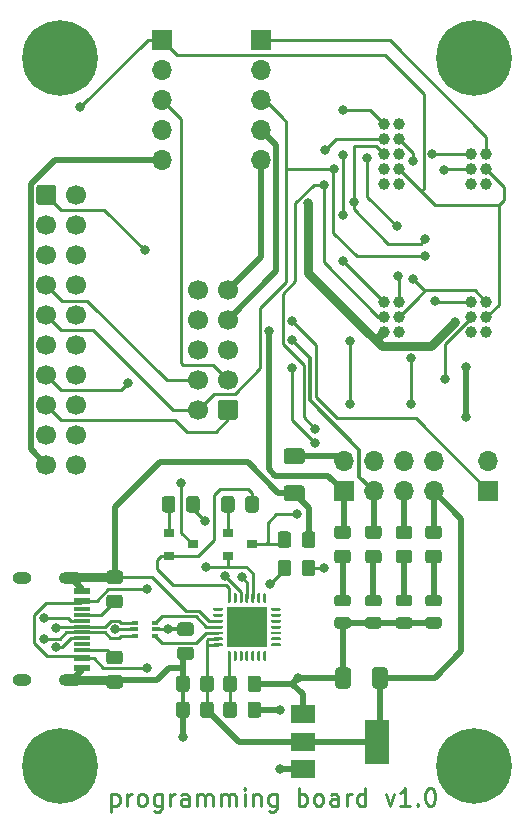
<source format=gtl>
G04 #@! TF.GenerationSoftware,KiCad,Pcbnew,(5.1.10)-1*
G04 #@! TF.CreationDate,2021-10-05T03:14:11+03:00*
G04 #@! TF.ProjectId,programming_board,70726f67-7261-46d6-9d69-6e675f626f61,rev?*
G04 #@! TF.SameCoordinates,Original*
G04 #@! TF.FileFunction,Copper,L1,Top*
G04 #@! TF.FilePolarity,Positive*
%FSLAX46Y46*%
G04 Gerber Fmt 4.6, Leading zero omitted, Abs format (unit mm)*
G04 Created by KiCad (PCBNEW (5.1.10)-1) date 2021-10-05 03:14:11*
%MOMM*%
%LPD*%
G01*
G04 APERTURE LIST*
G04 #@! TA.AperFunction,NonConductor*
%ADD10C,0.250000*%
G04 #@! TD*
G04 #@! TA.AperFunction,ComponentPad*
%ADD11C,1.000000*%
G04 #@! TD*
G04 #@! TA.AperFunction,ComponentPad*
%ADD12C,1.700000*%
G04 #@! TD*
G04 #@! TA.AperFunction,SMDPad,CuDef*
%ADD13R,3.350000X3.350000*%
G04 #@! TD*
G04 #@! TA.AperFunction,ComponentPad*
%ADD14O,1.700000X1.700000*%
G04 #@! TD*
G04 #@! TA.AperFunction,ComponentPad*
%ADD15R,1.700000X1.700000*%
G04 #@! TD*
G04 #@! TA.AperFunction,SMDPad,CuDef*
%ADD16R,0.500000X0.375000*%
G04 #@! TD*
G04 #@! TA.AperFunction,SMDPad,CuDef*
%ADD17R,0.650000X0.300000*%
G04 #@! TD*
G04 #@! TA.AperFunction,SMDPad,CuDef*
%ADD18R,2.000000X1.500000*%
G04 #@! TD*
G04 #@! TA.AperFunction,SMDPad,CuDef*
%ADD19R,2.000000X3.800000*%
G04 #@! TD*
G04 #@! TA.AperFunction,SMDPad,CuDef*
%ADD20R,0.900000X0.800000*%
G04 #@! TD*
G04 #@! TA.AperFunction,SMDPad,CuDef*
%ADD21R,1.450000X0.600000*%
G04 #@! TD*
G04 #@! TA.AperFunction,SMDPad,CuDef*
%ADD22R,1.450000X0.300000*%
G04 #@! TD*
G04 #@! TA.AperFunction,ComponentPad*
%ADD23O,2.100000X1.000000*%
G04 #@! TD*
G04 #@! TA.AperFunction,ComponentPad*
%ADD24O,1.600000X1.000000*%
G04 #@! TD*
G04 #@! TA.AperFunction,ComponentPad*
%ADD25C,0.800000*%
G04 #@! TD*
G04 #@! TA.AperFunction,ComponentPad*
%ADD26C,6.400000*%
G04 #@! TD*
G04 #@! TA.AperFunction,ViaPad*
%ADD27C,0.800000*%
G04 #@! TD*
G04 #@! TA.AperFunction,Conductor*
%ADD28C,0.750000*%
G04 #@! TD*
G04 #@! TA.AperFunction,Conductor*
%ADD29C,0.500000*%
G04 #@! TD*
G04 #@! TA.AperFunction,Conductor*
%ADD30C,0.250000*%
G04 #@! TD*
G04 #@! TA.AperFunction,Conductor*
%ADD31C,0.350000*%
G04 #@! TD*
G04 APERTURE END LIST*
D10*
X166321428Y-110328571D02*
X166321428Y-111828571D01*
X166321428Y-110400000D02*
X166464285Y-110328571D01*
X166750000Y-110328571D01*
X166892857Y-110400000D01*
X166964285Y-110471428D01*
X167035714Y-110614285D01*
X167035714Y-111042857D01*
X166964285Y-111185714D01*
X166892857Y-111257142D01*
X166750000Y-111328571D01*
X166464285Y-111328571D01*
X166321428Y-111257142D01*
X167678571Y-111328571D02*
X167678571Y-110328571D01*
X167678571Y-110614285D02*
X167750000Y-110471428D01*
X167821428Y-110400000D01*
X167964285Y-110328571D01*
X168107142Y-110328571D01*
X168821428Y-111328571D02*
X168678571Y-111257142D01*
X168607142Y-111185714D01*
X168535714Y-111042857D01*
X168535714Y-110614285D01*
X168607142Y-110471428D01*
X168678571Y-110400000D01*
X168821428Y-110328571D01*
X169035714Y-110328571D01*
X169178571Y-110400000D01*
X169250000Y-110471428D01*
X169321428Y-110614285D01*
X169321428Y-111042857D01*
X169250000Y-111185714D01*
X169178571Y-111257142D01*
X169035714Y-111328571D01*
X168821428Y-111328571D01*
X170607142Y-110328571D02*
X170607142Y-111542857D01*
X170535714Y-111685714D01*
X170464285Y-111757142D01*
X170321428Y-111828571D01*
X170107142Y-111828571D01*
X169964285Y-111757142D01*
X170607142Y-111257142D02*
X170464285Y-111328571D01*
X170178571Y-111328571D01*
X170035714Y-111257142D01*
X169964285Y-111185714D01*
X169892857Y-111042857D01*
X169892857Y-110614285D01*
X169964285Y-110471428D01*
X170035714Y-110400000D01*
X170178571Y-110328571D01*
X170464285Y-110328571D01*
X170607142Y-110400000D01*
X171321428Y-111328571D02*
X171321428Y-110328571D01*
X171321428Y-110614285D02*
X171392857Y-110471428D01*
X171464285Y-110400000D01*
X171607142Y-110328571D01*
X171750000Y-110328571D01*
X172892857Y-111328571D02*
X172892857Y-110542857D01*
X172821428Y-110400000D01*
X172678571Y-110328571D01*
X172392857Y-110328571D01*
X172250000Y-110400000D01*
X172892857Y-111257142D02*
X172750000Y-111328571D01*
X172392857Y-111328571D01*
X172250000Y-111257142D01*
X172178571Y-111114285D01*
X172178571Y-110971428D01*
X172250000Y-110828571D01*
X172392857Y-110757142D01*
X172750000Y-110757142D01*
X172892857Y-110685714D01*
X173607142Y-111328571D02*
X173607142Y-110328571D01*
X173607142Y-110471428D02*
X173678571Y-110400000D01*
X173821428Y-110328571D01*
X174035714Y-110328571D01*
X174178571Y-110400000D01*
X174250000Y-110542857D01*
X174250000Y-111328571D01*
X174250000Y-110542857D02*
X174321428Y-110400000D01*
X174464285Y-110328571D01*
X174678571Y-110328571D01*
X174821428Y-110400000D01*
X174892857Y-110542857D01*
X174892857Y-111328571D01*
X175607142Y-111328571D02*
X175607142Y-110328571D01*
X175607142Y-110471428D02*
X175678571Y-110400000D01*
X175821428Y-110328571D01*
X176035714Y-110328571D01*
X176178571Y-110400000D01*
X176250000Y-110542857D01*
X176250000Y-111328571D01*
X176250000Y-110542857D02*
X176321428Y-110400000D01*
X176464285Y-110328571D01*
X176678571Y-110328571D01*
X176821428Y-110400000D01*
X176892857Y-110542857D01*
X176892857Y-111328571D01*
X177607142Y-111328571D02*
X177607142Y-110328571D01*
X177607142Y-109828571D02*
X177535714Y-109900000D01*
X177607142Y-109971428D01*
X177678571Y-109900000D01*
X177607142Y-109828571D01*
X177607142Y-109971428D01*
X178321428Y-110328571D02*
X178321428Y-111328571D01*
X178321428Y-110471428D02*
X178392857Y-110400000D01*
X178535714Y-110328571D01*
X178750000Y-110328571D01*
X178892857Y-110400000D01*
X178964285Y-110542857D01*
X178964285Y-111328571D01*
X180321428Y-110328571D02*
X180321428Y-111542857D01*
X180250000Y-111685714D01*
X180178571Y-111757142D01*
X180035714Y-111828571D01*
X179821428Y-111828571D01*
X179678571Y-111757142D01*
X180321428Y-111257142D02*
X180178571Y-111328571D01*
X179892857Y-111328571D01*
X179750000Y-111257142D01*
X179678571Y-111185714D01*
X179607142Y-111042857D01*
X179607142Y-110614285D01*
X179678571Y-110471428D01*
X179750000Y-110400000D01*
X179892857Y-110328571D01*
X180178571Y-110328571D01*
X180321428Y-110400000D01*
X182178571Y-111328571D02*
X182178571Y-109828571D01*
X182178571Y-110400000D02*
X182321428Y-110328571D01*
X182607142Y-110328571D01*
X182750000Y-110400000D01*
X182821428Y-110471428D01*
X182892857Y-110614285D01*
X182892857Y-111042857D01*
X182821428Y-111185714D01*
X182750000Y-111257142D01*
X182607142Y-111328571D01*
X182321428Y-111328571D01*
X182178571Y-111257142D01*
X183750000Y-111328571D02*
X183607142Y-111257142D01*
X183535714Y-111185714D01*
X183464285Y-111042857D01*
X183464285Y-110614285D01*
X183535714Y-110471428D01*
X183607142Y-110400000D01*
X183750000Y-110328571D01*
X183964285Y-110328571D01*
X184107142Y-110400000D01*
X184178571Y-110471428D01*
X184250000Y-110614285D01*
X184250000Y-111042857D01*
X184178571Y-111185714D01*
X184107142Y-111257142D01*
X183964285Y-111328571D01*
X183750000Y-111328571D01*
X185535714Y-111328571D02*
X185535714Y-110542857D01*
X185464285Y-110400000D01*
X185321428Y-110328571D01*
X185035714Y-110328571D01*
X184892857Y-110400000D01*
X185535714Y-111257142D02*
X185392857Y-111328571D01*
X185035714Y-111328571D01*
X184892857Y-111257142D01*
X184821428Y-111114285D01*
X184821428Y-110971428D01*
X184892857Y-110828571D01*
X185035714Y-110757142D01*
X185392857Y-110757142D01*
X185535714Y-110685714D01*
X186250000Y-111328571D02*
X186250000Y-110328571D01*
X186250000Y-110614285D02*
X186321428Y-110471428D01*
X186392857Y-110400000D01*
X186535714Y-110328571D01*
X186678571Y-110328571D01*
X187821428Y-111328571D02*
X187821428Y-109828571D01*
X187821428Y-111257142D02*
X187678571Y-111328571D01*
X187392857Y-111328571D01*
X187250000Y-111257142D01*
X187178571Y-111185714D01*
X187107142Y-111042857D01*
X187107142Y-110614285D01*
X187178571Y-110471428D01*
X187250000Y-110400000D01*
X187392857Y-110328571D01*
X187678571Y-110328571D01*
X187821428Y-110400000D01*
X189535714Y-110328571D02*
X189892857Y-111328571D01*
X190250000Y-110328571D01*
X191607142Y-111328571D02*
X190750000Y-111328571D01*
X191178571Y-111328571D02*
X191178571Y-109828571D01*
X191035714Y-110042857D01*
X190892857Y-110185714D01*
X190750000Y-110257142D01*
X192250000Y-111185714D02*
X192321428Y-111257142D01*
X192250000Y-111328571D01*
X192178571Y-111257142D01*
X192250000Y-111185714D01*
X192250000Y-111328571D01*
X193250000Y-109828571D02*
X193392857Y-109828571D01*
X193535714Y-109900000D01*
X193607142Y-109971428D01*
X193678571Y-110114285D01*
X193750000Y-110400000D01*
X193750000Y-110757142D01*
X193678571Y-111042857D01*
X193607142Y-111185714D01*
X193535714Y-111257142D01*
X193392857Y-111328571D01*
X193250000Y-111328571D01*
X193107142Y-111257142D01*
X193035714Y-111185714D01*
X192964285Y-111042857D01*
X192892857Y-110757142D01*
X192892857Y-110400000D01*
X192964285Y-110114285D01*
X193035714Y-109971428D01*
X193107142Y-109900000D01*
X193250000Y-109828571D01*
D11*
X189400000Y-68660000D03*
X190670000Y-68660000D03*
X189400000Y-69930000D03*
X190670000Y-69930000D03*
X189400000Y-71200000D03*
X190670000Y-71200000D03*
X189400000Y-53620000D03*
X190670000Y-53620000D03*
X189400000Y-54890000D03*
X190670000Y-54890000D03*
X189400000Y-56160000D03*
X190670000Y-56160000D03*
X189400000Y-57430000D03*
X190670000Y-57430000D03*
X189400000Y-58700000D03*
X190670000Y-58700000D03*
X196800000Y-56160000D03*
X198070000Y-56160000D03*
X196800000Y-57430000D03*
X198070000Y-57430000D03*
X196800000Y-58700000D03*
X198070000Y-58700000D03*
D12*
X163340000Y-82460000D03*
X163340000Y-79920000D03*
X163340000Y-77380000D03*
X163340000Y-74840000D03*
X163340000Y-72300000D03*
X163340000Y-69760000D03*
X163340000Y-67220000D03*
X163340000Y-64680000D03*
X163340000Y-62140000D03*
X163340000Y-59600000D03*
X160800000Y-82460000D03*
X160800000Y-79920000D03*
X160800000Y-77380000D03*
X160800000Y-74840000D03*
X160800000Y-72300000D03*
X160800000Y-69760000D03*
X160800000Y-67220000D03*
X160800000Y-64680000D03*
X160800000Y-62140000D03*
G04 #@! TA.AperFunction,ComponentPad*
G36*
G01*
X159950000Y-60200000D02*
X159950000Y-59000000D01*
G75*
G02*
X160200000Y-58750000I250000J0D01*
G01*
X161400000Y-58750000D01*
G75*
G02*
X161650000Y-59000000I0J-250000D01*
G01*
X161650000Y-60200000D01*
G75*
G02*
X161400000Y-60450000I-250000J0D01*
G01*
X160200000Y-60450000D01*
G75*
G02*
X159950000Y-60200000I0J250000D01*
G01*
G37*
G04 #@! TD.AperFunction*
D11*
X196800000Y-68660000D03*
X198070000Y-68660000D03*
X196800000Y-69930000D03*
X198070000Y-69930000D03*
X196800000Y-71200000D03*
X198070000Y-71200000D03*
D13*
X177800000Y-96200000D03*
G04 #@! TA.AperFunction,SMDPad,CuDef*
G36*
G01*
X176175000Y-94087500D02*
X176175000Y-93412500D01*
G75*
G02*
X176237500Y-93350000I62500J0D01*
G01*
X176362500Y-93350000D01*
G75*
G02*
X176425000Y-93412500I0J-62500D01*
G01*
X176425000Y-94087500D01*
G75*
G02*
X176362500Y-94150000I-62500J0D01*
G01*
X176237500Y-94150000D01*
G75*
G02*
X176175000Y-94087500I0J62500D01*
G01*
G37*
G04 #@! TD.AperFunction*
G04 #@! TA.AperFunction,SMDPad,CuDef*
G36*
G01*
X176675000Y-94087500D02*
X176675000Y-93412500D01*
G75*
G02*
X176737500Y-93350000I62500J0D01*
G01*
X176862500Y-93350000D01*
G75*
G02*
X176925000Y-93412500I0J-62500D01*
G01*
X176925000Y-94087500D01*
G75*
G02*
X176862500Y-94150000I-62500J0D01*
G01*
X176737500Y-94150000D01*
G75*
G02*
X176675000Y-94087500I0J62500D01*
G01*
G37*
G04 #@! TD.AperFunction*
G04 #@! TA.AperFunction,SMDPad,CuDef*
G36*
G01*
X177175000Y-94087500D02*
X177175000Y-93412500D01*
G75*
G02*
X177237500Y-93350000I62500J0D01*
G01*
X177362500Y-93350000D01*
G75*
G02*
X177425000Y-93412500I0J-62500D01*
G01*
X177425000Y-94087500D01*
G75*
G02*
X177362500Y-94150000I-62500J0D01*
G01*
X177237500Y-94150000D01*
G75*
G02*
X177175000Y-94087500I0J62500D01*
G01*
G37*
G04 #@! TD.AperFunction*
G04 #@! TA.AperFunction,SMDPad,CuDef*
G36*
G01*
X177675000Y-94087500D02*
X177675000Y-93412500D01*
G75*
G02*
X177737500Y-93350000I62500J0D01*
G01*
X177862500Y-93350000D01*
G75*
G02*
X177925000Y-93412500I0J-62500D01*
G01*
X177925000Y-94087500D01*
G75*
G02*
X177862500Y-94150000I-62500J0D01*
G01*
X177737500Y-94150000D01*
G75*
G02*
X177675000Y-94087500I0J62500D01*
G01*
G37*
G04 #@! TD.AperFunction*
G04 #@! TA.AperFunction,SMDPad,CuDef*
G36*
G01*
X178175000Y-94087500D02*
X178175000Y-93412500D01*
G75*
G02*
X178237500Y-93350000I62500J0D01*
G01*
X178362500Y-93350000D01*
G75*
G02*
X178425000Y-93412500I0J-62500D01*
G01*
X178425000Y-94087500D01*
G75*
G02*
X178362500Y-94150000I-62500J0D01*
G01*
X178237500Y-94150000D01*
G75*
G02*
X178175000Y-94087500I0J62500D01*
G01*
G37*
G04 #@! TD.AperFunction*
G04 #@! TA.AperFunction,SMDPad,CuDef*
G36*
G01*
X178675000Y-94087500D02*
X178675000Y-93412500D01*
G75*
G02*
X178737500Y-93350000I62500J0D01*
G01*
X178862500Y-93350000D01*
G75*
G02*
X178925000Y-93412500I0J-62500D01*
G01*
X178925000Y-94087500D01*
G75*
G02*
X178862500Y-94150000I-62500J0D01*
G01*
X178737500Y-94150000D01*
G75*
G02*
X178675000Y-94087500I0J62500D01*
G01*
G37*
G04 #@! TD.AperFunction*
G04 #@! TA.AperFunction,SMDPad,CuDef*
G36*
G01*
X179175000Y-94087500D02*
X179175000Y-93412500D01*
G75*
G02*
X179237500Y-93350000I62500J0D01*
G01*
X179362500Y-93350000D01*
G75*
G02*
X179425000Y-93412500I0J-62500D01*
G01*
X179425000Y-94087500D01*
G75*
G02*
X179362500Y-94150000I-62500J0D01*
G01*
X179237500Y-94150000D01*
G75*
G02*
X179175000Y-94087500I0J62500D01*
G01*
G37*
G04 #@! TD.AperFunction*
G04 #@! TA.AperFunction,SMDPad,CuDef*
G36*
G01*
X179850000Y-94762500D02*
X179850000Y-94637500D01*
G75*
G02*
X179912500Y-94575000I62500J0D01*
G01*
X180587500Y-94575000D01*
G75*
G02*
X180650000Y-94637500I0J-62500D01*
G01*
X180650000Y-94762500D01*
G75*
G02*
X180587500Y-94825000I-62500J0D01*
G01*
X179912500Y-94825000D01*
G75*
G02*
X179850000Y-94762500I0J62500D01*
G01*
G37*
G04 #@! TD.AperFunction*
G04 #@! TA.AperFunction,SMDPad,CuDef*
G36*
G01*
X179850000Y-95262500D02*
X179850000Y-95137500D01*
G75*
G02*
X179912500Y-95075000I62500J0D01*
G01*
X180587500Y-95075000D01*
G75*
G02*
X180650000Y-95137500I0J-62500D01*
G01*
X180650000Y-95262500D01*
G75*
G02*
X180587500Y-95325000I-62500J0D01*
G01*
X179912500Y-95325000D01*
G75*
G02*
X179850000Y-95262500I0J62500D01*
G01*
G37*
G04 #@! TD.AperFunction*
G04 #@! TA.AperFunction,SMDPad,CuDef*
G36*
G01*
X179850000Y-95762500D02*
X179850000Y-95637500D01*
G75*
G02*
X179912500Y-95575000I62500J0D01*
G01*
X180587500Y-95575000D01*
G75*
G02*
X180650000Y-95637500I0J-62500D01*
G01*
X180650000Y-95762500D01*
G75*
G02*
X180587500Y-95825000I-62500J0D01*
G01*
X179912500Y-95825000D01*
G75*
G02*
X179850000Y-95762500I0J62500D01*
G01*
G37*
G04 #@! TD.AperFunction*
G04 #@! TA.AperFunction,SMDPad,CuDef*
G36*
G01*
X179850000Y-96262500D02*
X179850000Y-96137500D01*
G75*
G02*
X179912500Y-96075000I62500J0D01*
G01*
X180587500Y-96075000D01*
G75*
G02*
X180650000Y-96137500I0J-62500D01*
G01*
X180650000Y-96262500D01*
G75*
G02*
X180587500Y-96325000I-62500J0D01*
G01*
X179912500Y-96325000D01*
G75*
G02*
X179850000Y-96262500I0J62500D01*
G01*
G37*
G04 #@! TD.AperFunction*
G04 #@! TA.AperFunction,SMDPad,CuDef*
G36*
G01*
X179850000Y-96762500D02*
X179850000Y-96637500D01*
G75*
G02*
X179912500Y-96575000I62500J0D01*
G01*
X180587500Y-96575000D01*
G75*
G02*
X180650000Y-96637500I0J-62500D01*
G01*
X180650000Y-96762500D01*
G75*
G02*
X180587500Y-96825000I-62500J0D01*
G01*
X179912500Y-96825000D01*
G75*
G02*
X179850000Y-96762500I0J62500D01*
G01*
G37*
G04 #@! TD.AperFunction*
G04 #@! TA.AperFunction,SMDPad,CuDef*
G36*
G01*
X179850000Y-97262500D02*
X179850000Y-97137500D01*
G75*
G02*
X179912500Y-97075000I62500J0D01*
G01*
X180587500Y-97075000D01*
G75*
G02*
X180650000Y-97137500I0J-62500D01*
G01*
X180650000Y-97262500D01*
G75*
G02*
X180587500Y-97325000I-62500J0D01*
G01*
X179912500Y-97325000D01*
G75*
G02*
X179850000Y-97262500I0J62500D01*
G01*
G37*
G04 #@! TD.AperFunction*
G04 #@! TA.AperFunction,SMDPad,CuDef*
G36*
G01*
X179850000Y-97762500D02*
X179850000Y-97637500D01*
G75*
G02*
X179912500Y-97575000I62500J0D01*
G01*
X180587500Y-97575000D01*
G75*
G02*
X180650000Y-97637500I0J-62500D01*
G01*
X180650000Y-97762500D01*
G75*
G02*
X180587500Y-97825000I-62500J0D01*
G01*
X179912500Y-97825000D01*
G75*
G02*
X179850000Y-97762500I0J62500D01*
G01*
G37*
G04 #@! TD.AperFunction*
G04 #@! TA.AperFunction,SMDPad,CuDef*
G36*
G01*
X179175000Y-98987500D02*
X179175000Y-98312500D01*
G75*
G02*
X179237500Y-98250000I62500J0D01*
G01*
X179362500Y-98250000D01*
G75*
G02*
X179425000Y-98312500I0J-62500D01*
G01*
X179425000Y-98987500D01*
G75*
G02*
X179362500Y-99050000I-62500J0D01*
G01*
X179237500Y-99050000D01*
G75*
G02*
X179175000Y-98987500I0J62500D01*
G01*
G37*
G04 #@! TD.AperFunction*
G04 #@! TA.AperFunction,SMDPad,CuDef*
G36*
G01*
X178675000Y-98987500D02*
X178675000Y-98312500D01*
G75*
G02*
X178737500Y-98250000I62500J0D01*
G01*
X178862500Y-98250000D01*
G75*
G02*
X178925000Y-98312500I0J-62500D01*
G01*
X178925000Y-98987500D01*
G75*
G02*
X178862500Y-99050000I-62500J0D01*
G01*
X178737500Y-99050000D01*
G75*
G02*
X178675000Y-98987500I0J62500D01*
G01*
G37*
G04 #@! TD.AperFunction*
G04 #@! TA.AperFunction,SMDPad,CuDef*
G36*
G01*
X178175000Y-98987500D02*
X178175000Y-98312500D01*
G75*
G02*
X178237500Y-98250000I62500J0D01*
G01*
X178362500Y-98250000D01*
G75*
G02*
X178425000Y-98312500I0J-62500D01*
G01*
X178425000Y-98987500D01*
G75*
G02*
X178362500Y-99050000I-62500J0D01*
G01*
X178237500Y-99050000D01*
G75*
G02*
X178175000Y-98987500I0J62500D01*
G01*
G37*
G04 #@! TD.AperFunction*
G04 #@! TA.AperFunction,SMDPad,CuDef*
G36*
G01*
X177675000Y-98987500D02*
X177675000Y-98312500D01*
G75*
G02*
X177737500Y-98250000I62500J0D01*
G01*
X177862500Y-98250000D01*
G75*
G02*
X177925000Y-98312500I0J-62500D01*
G01*
X177925000Y-98987500D01*
G75*
G02*
X177862500Y-99050000I-62500J0D01*
G01*
X177737500Y-99050000D01*
G75*
G02*
X177675000Y-98987500I0J62500D01*
G01*
G37*
G04 #@! TD.AperFunction*
G04 #@! TA.AperFunction,SMDPad,CuDef*
G36*
G01*
X177175000Y-98987500D02*
X177175000Y-98312500D01*
G75*
G02*
X177237500Y-98250000I62500J0D01*
G01*
X177362500Y-98250000D01*
G75*
G02*
X177425000Y-98312500I0J-62500D01*
G01*
X177425000Y-98987500D01*
G75*
G02*
X177362500Y-99050000I-62500J0D01*
G01*
X177237500Y-99050000D01*
G75*
G02*
X177175000Y-98987500I0J62500D01*
G01*
G37*
G04 #@! TD.AperFunction*
G04 #@! TA.AperFunction,SMDPad,CuDef*
G36*
G01*
X176675000Y-98987500D02*
X176675000Y-98312500D01*
G75*
G02*
X176737500Y-98250000I62500J0D01*
G01*
X176862500Y-98250000D01*
G75*
G02*
X176925000Y-98312500I0J-62500D01*
G01*
X176925000Y-98987500D01*
G75*
G02*
X176862500Y-99050000I-62500J0D01*
G01*
X176737500Y-99050000D01*
G75*
G02*
X176675000Y-98987500I0J62500D01*
G01*
G37*
G04 #@! TD.AperFunction*
G04 #@! TA.AperFunction,SMDPad,CuDef*
G36*
G01*
X176175000Y-98987500D02*
X176175000Y-98312500D01*
G75*
G02*
X176237500Y-98250000I62500J0D01*
G01*
X176362500Y-98250000D01*
G75*
G02*
X176425000Y-98312500I0J-62500D01*
G01*
X176425000Y-98987500D01*
G75*
G02*
X176362500Y-99050000I-62500J0D01*
G01*
X176237500Y-99050000D01*
G75*
G02*
X176175000Y-98987500I0J62500D01*
G01*
G37*
G04 #@! TD.AperFunction*
G04 #@! TA.AperFunction,SMDPad,CuDef*
G36*
G01*
X174950000Y-97762500D02*
X174950000Y-97637500D01*
G75*
G02*
X175012500Y-97575000I62500J0D01*
G01*
X175687500Y-97575000D01*
G75*
G02*
X175750000Y-97637500I0J-62500D01*
G01*
X175750000Y-97762500D01*
G75*
G02*
X175687500Y-97825000I-62500J0D01*
G01*
X175012500Y-97825000D01*
G75*
G02*
X174950000Y-97762500I0J62500D01*
G01*
G37*
G04 #@! TD.AperFunction*
G04 #@! TA.AperFunction,SMDPad,CuDef*
G36*
G01*
X174950000Y-97262500D02*
X174950000Y-97137500D01*
G75*
G02*
X175012500Y-97075000I62500J0D01*
G01*
X175687500Y-97075000D01*
G75*
G02*
X175750000Y-97137500I0J-62500D01*
G01*
X175750000Y-97262500D01*
G75*
G02*
X175687500Y-97325000I-62500J0D01*
G01*
X175012500Y-97325000D01*
G75*
G02*
X174950000Y-97262500I0J62500D01*
G01*
G37*
G04 #@! TD.AperFunction*
G04 #@! TA.AperFunction,SMDPad,CuDef*
G36*
G01*
X174950000Y-96762500D02*
X174950000Y-96637500D01*
G75*
G02*
X175012500Y-96575000I62500J0D01*
G01*
X175687500Y-96575000D01*
G75*
G02*
X175750000Y-96637500I0J-62500D01*
G01*
X175750000Y-96762500D01*
G75*
G02*
X175687500Y-96825000I-62500J0D01*
G01*
X175012500Y-96825000D01*
G75*
G02*
X174950000Y-96762500I0J62500D01*
G01*
G37*
G04 #@! TD.AperFunction*
G04 #@! TA.AperFunction,SMDPad,CuDef*
G36*
G01*
X174950000Y-96262500D02*
X174950000Y-96137500D01*
G75*
G02*
X175012500Y-96075000I62500J0D01*
G01*
X175687500Y-96075000D01*
G75*
G02*
X175750000Y-96137500I0J-62500D01*
G01*
X175750000Y-96262500D01*
G75*
G02*
X175687500Y-96325000I-62500J0D01*
G01*
X175012500Y-96325000D01*
G75*
G02*
X174950000Y-96262500I0J62500D01*
G01*
G37*
G04 #@! TD.AperFunction*
G04 #@! TA.AperFunction,SMDPad,CuDef*
G36*
G01*
X174950000Y-95762500D02*
X174950000Y-95637500D01*
G75*
G02*
X175012500Y-95575000I62500J0D01*
G01*
X175687500Y-95575000D01*
G75*
G02*
X175750000Y-95637500I0J-62500D01*
G01*
X175750000Y-95762500D01*
G75*
G02*
X175687500Y-95825000I-62500J0D01*
G01*
X175012500Y-95825000D01*
G75*
G02*
X174950000Y-95762500I0J62500D01*
G01*
G37*
G04 #@! TD.AperFunction*
G04 #@! TA.AperFunction,SMDPad,CuDef*
G36*
G01*
X174950000Y-95262500D02*
X174950000Y-95137500D01*
G75*
G02*
X175012500Y-95075000I62500J0D01*
G01*
X175687500Y-95075000D01*
G75*
G02*
X175750000Y-95137500I0J-62500D01*
G01*
X175750000Y-95262500D01*
G75*
G02*
X175687500Y-95325000I-62500J0D01*
G01*
X175012500Y-95325000D01*
G75*
G02*
X174950000Y-95262500I0J62500D01*
G01*
G37*
G04 #@! TD.AperFunction*
G04 #@! TA.AperFunction,SMDPad,CuDef*
G36*
G01*
X174950000Y-94762500D02*
X174950000Y-94637500D01*
G75*
G02*
X175012500Y-94575000I62500J0D01*
G01*
X175687500Y-94575000D01*
G75*
G02*
X175750000Y-94637500I0J-62500D01*
G01*
X175750000Y-94762500D01*
G75*
G02*
X175687500Y-94825000I-62500J0D01*
G01*
X175012500Y-94825000D01*
G75*
G02*
X174950000Y-94762500I0J62500D01*
G01*
G37*
G04 #@! TD.AperFunction*
D14*
X198200000Y-82100000D03*
D15*
X198200000Y-84640000D03*
D16*
X170050000Y-95862500D03*
X170050000Y-96937500D03*
D17*
X168275000Y-96400000D03*
X170125000Y-96400000D03*
D16*
X168350000Y-96937500D03*
X168350000Y-95862500D03*
D18*
X182550000Y-103600000D03*
X182550000Y-108200000D03*
X182550000Y-105900000D03*
D19*
X188850000Y-105900000D03*
G04 #@! TA.AperFunction,SMDPad,CuDef*
G36*
G01*
X167050001Y-99350000D02*
X166149999Y-99350000D01*
G75*
G02*
X165900000Y-99100001I0J249999D01*
G01*
X165900000Y-98449999D01*
G75*
G02*
X166149999Y-98200000I249999J0D01*
G01*
X167050001Y-98200000D01*
G75*
G02*
X167300000Y-98449999I0J-249999D01*
G01*
X167300000Y-99100001D01*
G75*
G02*
X167050001Y-99350000I-249999J0D01*
G01*
G37*
G04 #@! TD.AperFunction*
G04 #@! TA.AperFunction,SMDPad,CuDef*
G36*
G01*
X167050001Y-101400000D02*
X166149999Y-101400000D01*
G75*
G02*
X165900000Y-101150001I0J249999D01*
G01*
X165900000Y-100499999D01*
G75*
G02*
X166149999Y-100250000I249999J0D01*
G01*
X167050001Y-100250000D01*
G75*
G02*
X167300000Y-100499999I0J-249999D01*
G01*
X167300000Y-101150001D01*
G75*
G02*
X167050001Y-101400000I-249999J0D01*
G01*
G37*
G04 #@! TD.AperFunction*
G04 #@! TA.AperFunction,SMDPad,CuDef*
G36*
G01*
X172650000Y-86250001D02*
X172650000Y-85349999D01*
G75*
G02*
X172899999Y-85100000I249999J0D01*
G01*
X173550001Y-85100000D01*
G75*
G02*
X173800000Y-85349999I0J-249999D01*
G01*
X173800000Y-86250001D01*
G75*
G02*
X173550001Y-86500000I-249999J0D01*
G01*
X172899999Y-86500000D01*
G75*
G02*
X172650000Y-86250001I0J249999D01*
G01*
G37*
G04 #@! TD.AperFunction*
G04 #@! TA.AperFunction,SMDPad,CuDef*
G36*
G01*
X170600000Y-86250001D02*
X170600000Y-85349999D01*
G75*
G02*
X170849999Y-85100000I249999J0D01*
G01*
X171500001Y-85100000D01*
G75*
G02*
X171750000Y-85349999I0J-249999D01*
G01*
X171750000Y-86250001D01*
G75*
G02*
X171500001Y-86500000I-249999J0D01*
G01*
X170849999Y-86500000D01*
G75*
G02*
X170600000Y-86250001I0J249999D01*
G01*
G37*
G04 #@! TD.AperFunction*
G04 #@! TA.AperFunction,SMDPad,CuDef*
G36*
G01*
X166149999Y-93450000D02*
X167050001Y-93450000D01*
G75*
G02*
X167300000Y-93699999I0J-249999D01*
G01*
X167300000Y-94350001D01*
G75*
G02*
X167050001Y-94600000I-249999J0D01*
G01*
X166149999Y-94600000D01*
G75*
G02*
X165900000Y-94350001I0J249999D01*
G01*
X165900000Y-93699999D01*
G75*
G02*
X166149999Y-93450000I249999J0D01*
G01*
G37*
G04 #@! TD.AperFunction*
G04 #@! TA.AperFunction,SMDPad,CuDef*
G36*
G01*
X166149999Y-91400000D02*
X167050001Y-91400000D01*
G75*
G02*
X167300000Y-91649999I0J-249999D01*
G01*
X167300000Y-92300001D01*
G75*
G02*
X167050001Y-92550000I-249999J0D01*
G01*
X166149999Y-92550000D01*
G75*
G02*
X165900000Y-92300001I0J249999D01*
G01*
X165900000Y-91649999D01*
G75*
G02*
X166149999Y-91400000I249999J0D01*
G01*
G37*
G04 #@! TD.AperFunction*
G04 #@! TA.AperFunction,SMDPad,CuDef*
G36*
G01*
X177650000Y-86250001D02*
X177650000Y-85349999D01*
G75*
G02*
X177899999Y-85100000I249999J0D01*
G01*
X178550001Y-85100000D01*
G75*
G02*
X178800000Y-85349999I0J-249999D01*
G01*
X178800000Y-86250001D01*
G75*
G02*
X178550001Y-86500000I-249999J0D01*
G01*
X177899999Y-86500000D01*
G75*
G02*
X177650000Y-86250001I0J249999D01*
G01*
G37*
G04 #@! TD.AperFunction*
G04 #@! TA.AperFunction,SMDPad,CuDef*
G36*
G01*
X175600000Y-86250001D02*
X175600000Y-85349999D01*
G75*
G02*
X175849999Y-85100000I249999J0D01*
G01*
X176500001Y-85100000D01*
G75*
G02*
X176750000Y-85349999I0J-249999D01*
G01*
X176750000Y-86250001D01*
G75*
G02*
X176500001Y-86500000I-249999J0D01*
G01*
X175849999Y-86500000D01*
G75*
G02*
X175600000Y-86250001I0J249999D01*
G01*
G37*
G04 #@! TD.AperFunction*
G04 #@! TA.AperFunction,SMDPad,CuDef*
G36*
G01*
X176950000Y-100549999D02*
X176950000Y-101450001D01*
G75*
G02*
X176700001Y-101700000I-249999J0D01*
G01*
X176049999Y-101700000D01*
G75*
G02*
X175800000Y-101450001I0J249999D01*
G01*
X175800000Y-100549999D01*
G75*
G02*
X176049999Y-100300000I249999J0D01*
G01*
X176700001Y-100300000D01*
G75*
G02*
X176950000Y-100549999I0J-249999D01*
G01*
G37*
G04 #@! TD.AperFunction*
G04 #@! TA.AperFunction,SMDPad,CuDef*
G36*
G01*
X179000000Y-100549999D02*
X179000000Y-101450001D01*
G75*
G02*
X178750001Y-101700000I-249999J0D01*
G01*
X178099999Y-101700000D01*
G75*
G02*
X177850000Y-101450001I0J249999D01*
G01*
X177850000Y-100549999D01*
G75*
G02*
X178099999Y-100300000I249999J0D01*
G01*
X178750001Y-100300000D01*
G75*
G02*
X179000000Y-100549999I0J-249999D01*
G01*
G37*
G04 #@! TD.AperFunction*
G04 #@! TA.AperFunction,SMDPad,CuDef*
G36*
G01*
X182450000Y-91650001D02*
X182450000Y-90749999D01*
G75*
G02*
X182699999Y-90500000I249999J0D01*
G01*
X183350001Y-90500000D01*
G75*
G02*
X183600000Y-90749999I0J-249999D01*
G01*
X183600000Y-91650001D01*
G75*
G02*
X183350001Y-91900000I-249999J0D01*
G01*
X182699999Y-91900000D01*
G75*
G02*
X182450000Y-91650001I0J249999D01*
G01*
G37*
G04 #@! TD.AperFunction*
G04 #@! TA.AperFunction,SMDPad,CuDef*
G36*
G01*
X180400000Y-91650001D02*
X180400000Y-90749999D01*
G75*
G02*
X180649999Y-90500000I249999J0D01*
G01*
X181300001Y-90500000D01*
G75*
G02*
X181550000Y-90749999I0J-249999D01*
G01*
X181550000Y-91650001D01*
G75*
G02*
X181300001Y-91900000I-249999J0D01*
G01*
X180649999Y-91900000D01*
G75*
G02*
X180400000Y-91650001I0J249999D01*
G01*
G37*
G04 #@! TD.AperFunction*
G04 #@! TA.AperFunction,SMDPad,CuDef*
G36*
G01*
X177850000Y-103650001D02*
X177850000Y-102749999D01*
G75*
G02*
X178099999Y-102500000I249999J0D01*
G01*
X178750001Y-102500000D01*
G75*
G02*
X179000000Y-102749999I0J-249999D01*
G01*
X179000000Y-103650001D01*
G75*
G02*
X178750001Y-103900000I-249999J0D01*
G01*
X178099999Y-103900000D01*
G75*
G02*
X177850000Y-103650001I0J249999D01*
G01*
G37*
G04 #@! TD.AperFunction*
G04 #@! TA.AperFunction,SMDPad,CuDef*
G36*
G01*
X175800000Y-103650001D02*
X175800000Y-102749999D01*
G75*
G02*
X176049999Y-102500000I249999J0D01*
G01*
X176700001Y-102500000D01*
G75*
G02*
X176950000Y-102749999I0J-249999D01*
G01*
X176950000Y-103650001D01*
G75*
G02*
X176700001Y-103900000I-249999J0D01*
G01*
X176049999Y-103900000D01*
G75*
G02*
X175800000Y-103650001I0J249999D01*
G01*
G37*
G04 #@! TD.AperFunction*
G04 #@! TA.AperFunction,SMDPad,CuDef*
G36*
G01*
X193149999Y-89650000D02*
X194050001Y-89650000D01*
G75*
G02*
X194300000Y-89899999I0J-249999D01*
G01*
X194300000Y-90550001D01*
G75*
G02*
X194050001Y-90800000I-249999J0D01*
G01*
X193149999Y-90800000D01*
G75*
G02*
X192900000Y-90550001I0J249999D01*
G01*
X192900000Y-89899999D01*
G75*
G02*
X193149999Y-89650000I249999J0D01*
G01*
G37*
G04 #@! TD.AperFunction*
G04 #@! TA.AperFunction,SMDPad,CuDef*
G36*
G01*
X193149999Y-87600000D02*
X194050001Y-87600000D01*
G75*
G02*
X194300000Y-87849999I0J-249999D01*
G01*
X194300000Y-88500001D01*
G75*
G02*
X194050001Y-88750000I-249999J0D01*
G01*
X193149999Y-88750000D01*
G75*
G02*
X192900000Y-88500001I0J249999D01*
G01*
X192900000Y-87849999D01*
G75*
G02*
X193149999Y-87600000I249999J0D01*
G01*
G37*
G04 #@! TD.AperFunction*
G04 #@! TA.AperFunction,SMDPad,CuDef*
G36*
G01*
X190649999Y-89650000D02*
X191550001Y-89650000D01*
G75*
G02*
X191800000Y-89899999I0J-249999D01*
G01*
X191800000Y-90550001D01*
G75*
G02*
X191550001Y-90800000I-249999J0D01*
G01*
X190649999Y-90800000D01*
G75*
G02*
X190400000Y-90550001I0J249999D01*
G01*
X190400000Y-89899999D01*
G75*
G02*
X190649999Y-89650000I249999J0D01*
G01*
G37*
G04 #@! TD.AperFunction*
G04 #@! TA.AperFunction,SMDPad,CuDef*
G36*
G01*
X190649999Y-87600000D02*
X191550001Y-87600000D01*
G75*
G02*
X191800000Y-87849999I0J-249999D01*
G01*
X191800000Y-88500001D01*
G75*
G02*
X191550001Y-88750000I-249999J0D01*
G01*
X190649999Y-88750000D01*
G75*
G02*
X190400000Y-88500001I0J249999D01*
G01*
X190400000Y-87849999D01*
G75*
G02*
X190649999Y-87600000I249999J0D01*
G01*
G37*
G04 #@! TD.AperFunction*
G04 #@! TA.AperFunction,SMDPad,CuDef*
G36*
G01*
X188049999Y-89650000D02*
X188950001Y-89650000D01*
G75*
G02*
X189200000Y-89899999I0J-249999D01*
G01*
X189200000Y-90550001D01*
G75*
G02*
X188950001Y-90800000I-249999J0D01*
G01*
X188049999Y-90800000D01*
G75*
G02*
X187800000Y-90550001I0J249999D01*
G01*
X187800000Y-89899999D01*
G75*
G02*
X188049999Y-89650000I249999J0D01*
G01*
G37*
G04 #@! TD.AperFunction*
G04 #@! TA.AperFunction,SMDPad,CuDef*
G36*
G01*
X188049999Y-87600000D02*
X188950001Y-87600000D01*
G75*
G02*
X189200000Y-87849999I0J-249999D01*
G01*
X189200000Y-88500001D01*
G75*
G02*
X188950001Y-88750000I-249999J0D01*
G01*
X188049999Y-88750000D01*
G75*
G02*
X187800000Y-88500001I0J249999D01*
G01*
X187800000Y-87849999D01*
G75*
G02*
X188049999Y-87600000I249999J0D01*
G01*
G37*
G04 #@! TD.AperFunction*
G04 #@! TA.AperFunction,SMDPad,CuDef*
G36*
G01*
X185449999Y-89650000D02*
X186350001Y-89650000D01*
G75*
G02*
X186600000Y-89899999I0J-249999D01*
G01*
X186600000Y-90550001D01*
G75*
G02*
X186350001Y-90800000I-249999J0D01*
G01*
X185449999Y-90800000D01*
G75*
G02*
X185200000Y-90550001I0J249999D01*
G01*
X185200000Y-89899999D01*
G75*
G02*
X185449999Y-89650000I249999J0D01*
G01*
G37*
G04 #@! TD.AperFunction*
G04 #@! TA.AperFunction,SMDPad,CuDef*
G36*
G01*
X185449999Y-87600000D02*
X186350001Y-87600000D01*
G75*
G02*
X186600000Y-87849999I0J-249999D01*
G01*
X186600000Y-88500001D01*
G75*
G02*
X186350001Y-88750000I-249999J0D01*
G01*
X185449999Y-88750000D01*
G75*
G02*
X185200000Y-88500001I0J249999D01*
G01*
X185200000Y-87849999D01*
G75*
G02*
X185449999Y-87600000I249999J0D01*
G01*
G37*
G04 #@! TD.AperFunction*
D20*
X173200000Y-89200000D03*
X171200000Y-90150000D03*
X171200000Y-88250000D03*
X178200000Y-89200000D03*
X176200000Y-90150000D03*
X176200000Y-88250000D03*
D21*
X163845000Y-99650000D03*
X163845000Y-98850000D03*
X163845000Y-93950000D03*
X163845000Y-93150000D03*
X163845000Y-93150000D03*
X163845000Y-93950000D03*
X163845000Y-98850000D03*
X163845000Y-99650000D03*
D22*
X163845000Y-94650000D03*
X163845000Y-95150000D03*
X163845000Y-95650000D03*
X163845000Y-96650000D03*
X163845000Y-97150000D03*
X163845000Y-97650000D03*
X163845000Y-98150000D03*
X163845000Y-96150000D03*
D23*
X162930000Y-100720000D03*
X162930000Y-92080000D03*
D24*
X158750000Y-92080000D03*
X158750000Y-100720000D03*
D14*
X179000000Y-56660000D03*
X179000000Y-54120000D03*
X179000000Y-51580000D03*
X179000000Y-49040000D03*
D15*
X179000000Y-46500000D03*
D14*
X170600000Y-56660000D03*
X170600000Y-54120000D03*
X170600000Y-51580000D03*
X170600000Y-49040000D03*
D15*
X170600000Y-46500000D03*
D12*
X173660000Y-67640000D03*
X173660000Y-70180000D03*
X173660000Y-72720000D03*
X173660000Y-75260000D03*
X173660000Y-77800000D03*
X176200000Y-67640000D03*
X176200000Y-70180000D03*
X176200000Y-72720000D03*
X176200000Y-75260000D03*
G04 #@! TA.AperFunction,ComponentPad*
G36*
G01*
X177050000Y-77200000D02*
X177050000Y-78400000D01*
G75*
G02*
X176800000Y-78650000I-250000J0D01*
G01*
X175600000Y-78650000D01*
G75*
G02*
X175350000Y-78400000I0J250000D01*
G01*
X175350000Y-77200000D01*
G75*
G02*
X175600000Y-76950000I250000J0D01*
G01*
X176800000Y-76950000D01*
G75*
G02*
X177050000Y-77200000I0J-250000D01*
G01*
G37*
G04 #@! TD.AperFunction*
D14*
X193620000Y-82160000D03*
X193620000Y-84700000D03*
X191080000Y-82160000D03*
X191080000Y-84700000D03*
X188540000Y-82160000D03*
X188540000Y-84700000D03*
X186000000Y-82160000D03*
D15*
X186000000Y-84700000D03*
D25*
X195302944Y-106302944D03*
X194600000Y-108000000D03*
X195302944Y-109697056D03*
X197000000Y-110400000D03*
X198697056Y-109697056D03*
X199400000Y-108000000D03*
X198697056Y-106302944D03*
X197000000Y-105600000D03*
D26*
X197000000Y-108000000D03*
D25*
X198697056Y-46302944D03*
X197000000Y-45600000D03*
X195302944Y-46302944D03*
X194600000Y-48000000D03*
X195302944Y-49697056D03*
X197000000Y-50400000D03*
X198697056Y-49697056D03*
X199400000Y-48000000D03*
D26*
X197000000Y-48000000D03*
D25*
X160302944Y-106302944D03*
X159600000Y-108000000D03*
X160302944Y-109697056D03*
X162000000Y-110400000D03*
X163697056Y-109697056D03*
X164400000Y-108000000D03*
X163697056Y-106302944D03*
X162000000Y-105600000D03*
D26*
X162000000Y-108000000D03*
D25*
X163697056Y-46302944D03*
X162000000Y-45600000D03*
X160302944Y-46302944D03*
X159600000Y-48000000D03*
X160302944Y-49697056D03*
X162000000Y-50400000D03*
X163697056Y-49697056D03*
X164400000Y-48000000D03*
D26*
X162000000Y-48000000D03*
G04 #@! TA.AperFunction,SMDPad,CuDef*
G36*
G01*
X194056250Y-94450000D02*
X193143750Y-94450000D01*
G75*
G02*
X192900000Y-94206250I0J243750D01*
G01*
X192900000Y-93718750D01*
G75*
G02*
X193143750Y-93475000I243750J0D01*
G01*
X194056250Y-93475000D01*
G75*
G02*
X194300000Y-93718750I0J-243750D01*
G01*
X194300000Y-94206250D01*
G75*
G02*
X194056250Y-94450000I-243750J0D01*
G01*
G37*
G04 #@! TD.AperFunction*
G04 #@! TA.AperFunction,SMDPad,CuDef*
G36*
G01*
X194056250Y-96325000D02*
X193143750Y-96325000D01*
G75*
G02*
X192900000Y-96081250I0J243750D01*
G01*
X192900000Y-95593750D01*
G75*
G02*
X193143750Y-95350000I243750J0D01*
G01*
X194056250Y-95350000D01*
G75*
G02*
X194300000Y-95593750I0J-243750D01*
G01*
X194300000Y-96081250D01*
G75*
G02*
X194056250Y-96325000I-243750J0D01*
G01*
G37*
G04 #@! TD.AperFunction*
G04 #@! TA.AperFunction,SMDPad,CuDef*
G36*
G01*
X191556250Y-94450000D02*
X190643750Y-94450000D01*
G75*
G02*
X190400000Y-94206250I0J243750D01*
G01*
X190400000Y-93718750D01*
G75*
G02*
X190643750Y-93475000I243750J0D01*
G01*
X191556250Y-93475000D01*
G75*
G02*
X191800000Y-93718750I0J-243750D01*
G01*
X191800000Y-94206250D01*
G75*
G02*
X191556250Y-94450000I-243750J0D01*
G01*
G37*
G04 #@! TD.AperFunction*
G04 #@! TA.AperFunction,SMDPad,CuDef*
G36*
G01*
X191556250Y-96325000D02*
X190643750Y-96325000D01*
G75*
G02*
X190400000Y-96081250I0J243750D01*
G01*
X190400000Y-95593750D01*
G75*
G02*
X190643750Y-95350000I243750J0D01*
G01*
X191556250Y-95350000D01*
G75*
G02*
X191800000Y-95593750I0J-243750D01*
G01*
X191800000Y-96081250D01*
G75*
G02*
X191556250Y-96325000I-243750J0D01*
G01*
G37*
G04 #@! TD.AperFunction*
G04 #@! TA.AperFunction,SMDPad,CuDef*
G36*
G01*
X188956250Y-94450000D02*
X188043750Y-94450000D01*
G75*
G02*
X187800000Y-94206250I0J243750D01*
G01*
X187800000Y-93718750D01*
G75*
G02*
X188043750Y-93475000I243750J0D01*
G01*
X188956250Y-93475000D01*
G75*
G02*
X189200000Y-93718750I0J-243750D01*
G01*
X189200000Y-94206250D01*
G75*
G02*
X188956250Y-94450000I-243750J0D01*
G01*
G37*
G04 #@! TD.AperFunction*
G04 #@! TA.AperFunction,SMDPad,CuDef*
G36*
G01*
X188956250Y-96325000D02*
X188043750Y-96325000D01*
G75*
G02*
X187800000Y-96081250I0J243750D01*
G01*
X187800000Y-95593750D01*
G75*
G02*
X188043750Y-95350000I243750J0D01*
G01*
X188956250Y-95350000D01*
G75*
G02*
X189200000Y-95593750I0J-243750D01*
G01*
X189200000Y-96081250D01*
G75*
G02*
X188956250Y-96325000I-243750J0D01*
G01*
G37*
G04 #@! TD.AperFunction*
G04 #@! TA.AperFunction,SMDPad,CuDef*
G36*
G01*
X186356250Y-94450000D02*
X185443750Y-94450000D01*
G75*
G02*
X185200000Y-94206250I0J243750D01*
G01*
X185200000Y-93718750D01*
G75*
G02*
X185443750Y-93475000I243750J0D01*
G01*
X186356250Y-93475000D01*
G75*
G02*
X186600000Y-93718750I0J-243750D01*
G01*
X186600000Y-94206250D01*
G75*
G02*
X186356250Y-94450000I-243750J0D01*
G01*
G37*
G04 #@! TD.AperFunction*
G04 #@! TA.AperFunction,SMDPad,CuDef*
G36*
G01*
X186356250Y-96325000D02*
X185443750Y-96325000D01*
G75*
G02*
X185200000Y-96081250I0J243750D01*
G01*
X185200000Y-95593750D01*
G75*
G02*
X185443750Y-95350000I243750J0D01*
G01*
X186356250Y-95350000D01*
G75*
G02*
X186600000Y-95593750I0J-243750D01*
G01*
X186600000Y-96081250D01*
G75*
G02*
X186356250Y-96325000I-243750J0D01*
G01*
G37*
G04 #@! TD.AperFunction*
G04 #@! TA.AperFunction,SMDPad,CuDef*
G36*
G01*
X172149999Y-97850000D02*
X173050001Y-97850000D01*
G75*
G02*
X173300000Y-98099999I0J-249999D01*
G01*
X173300000Y-98750001D01*
G75*
G02*
X173050001Y-99000000I-249999J0D01*
G01*
X172149999Y-99000000D01*
G75*
G02*
X171900000Y-98750001I0J249999D01*
G01*
X171900000Y-98099999D01*
G75*
G02*
X172149999Y-97850000I249999J0D01*
G01*
G37*
G04 #@! TD.AperFunction*
G04 #@! TA.AperFunction,SMDPad,CuDef*
G36*
G01*
X172149999Y-95800000D02*
X173050001Y-95800000D01*
G75*
G02*
X173300000Y-96049999I0J-249999D01*
G01*
X173300000Y-96700001D01*
G75*
G02*
X173050001Y-96950000I-249999J0D01*
G01*
X172149999Y-96950000D01*
G75*
G02*
X171900000Y-96700001I0J249999D01*
G01*
X171900000Y-96049999D01*
G75*
G02*
X172149999Y-95800000I249999J0D01*
G01*
G37*
G04 #@! TD.AperFunction*
G04 #@! TA.AperFunction,SMDPad,CuDef*
G36*
G01*
X182450000Y-89250001D02*
X182450000Y-88349999D01*
G75*
G02*
X182699999Y-88100000I249999J0D01*
G01*
X183350001Y-88100000D01*
G75*
G02*
X183600000Y-88349999I0J-249999D01*
G01*
X183600000Y-89250001D01*
G75*
G02*
X183350001Y-89500000I-249999J0D01*
G01*
X182699999Y-89500000D01*
G75*
G02*
X182450000Y-89250001I0J249999D01*
G01*
G37*
G04 #@! TD.AperFunction*
G04 #@! TA.AperFunction,SMDPad,CuDef*
G36*
G01*
X180400000Y-89250001D02*
X180400000Y-88349999D01*
G75*
G02*
X180649999Y-88100000I249999J0D01*
G01*
X181300001Y-88100000D01*
G75*
G02*
X181550000Y-88349999I0J-249999D01*
G01*
X181550000Y-89250001D01*
G75*
G02*
X181300001Y-89500000I-249999J0D01*
G01*
X180649999Y-89500000D01*
G75*
G02*
X180400000Y-89250001I0J249999D01*
G01*
G37*
G04 #@! TD.AperFunction*
G04 #@! TA.AperFunction,SMDPad,CuDef*
G36*
G01*
X172950000Y-100549999D02*
X172950000Y-101450001D01*
G75*
G02*
X172700001Y-101700000I-249999J0D01*
G01*
X172049999Y-101700000D01*
G75*
G02*
X171800000Y-101450001I0J249999D01*
G01*
X171800000Y-100549999D01*
G75*
G02*
X172049999Y-100300000I249999J0D01*
G01*
X172700001Y-100300000D01*
G75*
G02*
X172950000Y-100549999I0J-249999D01*
G01*
G37*
G04 #@! TD.AperFunction*
G04 #@! TA.AperFunction,SMDPad,CuDef*
G36*
G01*
X175000000Y-100549999D02*
X175000000Y-101450001D01*
G75*
G02*
X174750001Y-101700000I-249999J0D01*
G01*
X174099999Y-101700000D01*
G75*
G02*
X173850000Y-101450001I0J249999D01*
G01*
X173850000Y-100549999D01*
G75*
G02*
X174099999Y-100300000I249999J0D01*
G01*
X174750001Y-100300000D01*
G75*
G02*
X175000000Y-100549999I0J-249999D01*
G01*
G37*
G04 #@! TD.AperFunction*
G04 #@! TA.AperFunction,SMDPad,CuDef*
G36*
G01*
X172950000Y-102749999D02*
X172950000Y-103650001D01*
G75*
G02*
X172700001Y-103900000I-249999J0D01*
G01*
X172049999Y-103900000D01*
G75*
G02*
X171800000Y-103650001I0J249999D01*
G01*
X171800000Y-102749999D01*
G75*
G02*
X172049999Y-102500000I249999J0D01*
G01*
X172700001Y-102500000D01*
G75*
G02*
X172950000Y-102749999I0J-249999D01*
G01*
G37*
G04 #@! TD.AperFunction*
G04 #@! TA.AperFunction,SMDPad,CuDef*
G36*
G01*
X175000000Y-102749999D02*
X175000000Y-103650001D01*
G75*
G02*
X174750001Y-103900000I-249999J0D01*
G01*
X174099999Y-103900000D01*
G75*
G02*
X173850000Y-103650001I0J249999D01*
G01*
X173850000Y-102749999D01*
G75*
G02*
X174099999Y-102500000I249999J0D01*
G01*
X174750001Y-102500000D01*
G75*
G02*
X175000000Y-102749999I0J-249999D01*
G01*
G37*
G04 #@! TD.AperFunction*
G04 #@! TA.AperFunction,SMDPad,CuDef*
G36*
G01*
X186600000Y-99849999D02*
X186600000Y-101150001D01*
G75*
G02*
X186350001Y-101400000I-249999J0D01*
G01*
X185524999Y-101400000D01*
G75*
G02*
X185275000Y-101150001I0J249999D01*
G01*
X185275000Y-99849999D01*
G75*
G02*
X185524999Y-99600000I249999J0D01*
G01*
X186350001Y-99600000D01*
G75*
G02*
X186600000Y-99849999I0J-249999D01*
G01*
G37*
G04 #@! TD.AperFunction*
G04 #@! TA.AperFunction,SMDPad,CuDef*
G36*
G01*
X189725000Y-99849999D02*
X189725000Y-101150001D01*
G75*
G02*
X189475001Y-101400000I-249999J0D01*
G01*
X188649999Y-101400000D01*
G75*
G02*
X188400000Y-101150001I0J249999D01*
G01*
X188400000Y-99849999D01*
G75*
G02*
X188649999Y-99600000I249999J0D01*
G01*
X189475001Y-99600000D01*
G75*
G02*
X189725000Y-99849999I0J-249999D01*
G01*
G37*
G04 #@! TD.AperFunction*
G04 #@! TA.AperFunction,SMDPad,CuDef*
G36*
G01*
X181149999Y-84200000D02*
X182450001Y-84200000D01*
G75*
G02*
X182700000Y-84449999I0J-249999D01*
G01*
X182700000Y-85275001D01*
G75*
G02*
X182450001Y-85525000I-249999J0D01*
G01*
X181149999Y-85525000D01*
G75*
G02*
X180900000Y-85275001I0J249999D01*
G01*
X180900000Y-84449999D01*
G75*
G02*
X181149999Y-84200000I249999J0D01*
G01*
G37*
G04 #@! TD.AperFunction*
G04 #@! TA.AperFunction,SMDPad,CuDef*
G36*
G01*
X181149999Y-81075000D02*
X182450001Y-81075000D01*
G75*
G02*
X182700000Y-81324999I0J-249999D01*
G01*
X182700000Y-82150001D01*
G75*
G02*
X182450001Y-82400000I-249999J0D01*
G01*
X181149999Y-82400000D01*
G75*
G02*
X180900000Y-82150001I0J249999D01*
G01*
X180900000Y-81324999D01*
G75*
G02*
X181149999Y-81075000I249999J0D01*
G01*
G37*
G04 #@! TD.AperFunction*
D27*
X176800000Y-97200000D03*
X178800000Y-97200000D03*
X178800000Y-95200000D03*
X176800000Y-95200000D03*
X177750000Y-96200000D03*
X166600000Y-96400000D03*
X183000000Y-60300000D03*
X172350000Y-105500010D03*
X195422723Y-70334274D03*
X182150000Y-100500000D03*
X196350000Y-78450000D03*
X196349986Y-74200014D03*
X185950000Y-61350000D03*
X185950002Y-65200000D03*
X182000000Y-86650000D03*
X183600000Y-80650000D03*
X185950000Y-56250000D03*
X185950000Y-52450000D03*
X181600000Y-74250000D03*
X171150000Y-96400000D03*
X169300000Y-99675010D03*
X169300000Y-93000000D03*
X180600000Y-103250000D03*
X180600000Y-108250000D03*
X163700000Y-52200000D03*
X194450000Y-57500000D03*
X192900000Y-64800000D03*
X185150004Y-57450000D03*
X193500000Y-56150000D03*
X192899996Y-63350000D03*
X167700000Y-75500000D03*
X186850000Y-60250000D03*
X179649994Y-71100000D03*
X169150000Y-64300000D03*
X181600004Y-70250000D03*
X181600000Y-71900000D03*
X184450000Y-55800000D03*
X184300000Y-58750000D03*
X183600000Y-79400000D03*
X184350000Y-91200000D03*
X193750000Y-68600000D03*
X190550000Y-66450000D03*
X186551041Y-71948959D03*
X172199998Y-84000000D03*
X186551041Y-77301041D03*
X188000000Y-56500000D03*
X190500000Y-62250000D03*
X177350000Y-92000000D03*
X191850000Y-66700000D03*
X191850000Y-56750002D03*
X191700000Y-77350000D03*
X191706546Y-73375010D03*
X194600000Y-75200000D03*
X160600000Y-95400000D03*
X160599994Y-97200000D03*
X161600000Y-96300000D03*
X161600000Y-97914989D03*
X174274990Y-87250000D03*
X174300008Y-91100000D03*
X175950000Y-91850000D03*
X179750000Y-92550000D03*
D28*
X163035000Y-91975000D02*
X162930000Y-92080000D01*
X166600000Y-91975000D02*
X163035000Y-91975000D01*
X166495000Y-100720000D02*
X166600000Y-100825000D01*
X162930000Y-100720000D02*
X166495000Y-100720000D01*
D29*
X163845000Y-99805000D02*
X162930000Y-100720000D01*
X163845000Y-99650000D02*
X163845000Y-99805000D01*
X163845000Y-92995000D02*
X162930000Y-92080000D01*
X163845000Y-93150000D02*
X163845000Y-92995000D01*
D30*
X168275000Y-96400000D02*
X166600000Y-96400000D01*
D31*
X172600000Y-100775000D02*
X172375000Y-101000000D01*
X172375000Y-101000000D02*
X172375000Y-103200000D01*
D29*
X172375000Y-98650000D02*
X172600000Y-98425000D01*
X172375000Y-101000000D02*
X172375000Y-98650000D01*
X171225000Y-99625000D02*
X172375000Y-99625000D01*
X170200000Y-100650000D02*
X171225000Y-99625000D01*
X166775000Y-100650000D02*
X170200000Y-100650000D01*
X166600000Y-100825000D02*
X166775000Y-100650000D01*
X185900000Y-100462500D02*
X185937500Y-100500000D01*
X185900000Y-95837500D02*
X185900000Y-100462500D01*
X185900000Y-95837500D02*
X188500000Y-95837500D01*
X188500000Y-95837500D02*
X191100000Y-95837500D01*
X191100000Y-95837500D02*
X193600000Y-95837500D01*
X183025000Y-86087500D02*
X181800000Y-84862500D01*
X183025000Y-88800000D02*
X183025000Y-86087500D01*
X178425000Y-101000000D02*
X181650000Y-101000000D01*
X182150000Y-100500000D02*
X181650000Y-101000000D01*
X185937500Y-100500000D02*
X182150000Y-100500000D01*
X182550000Y-101900000D02*
X182550000Y-103600000D01*
X181650000Y-101000000D02*
X182550000Y-101900000D01*
D30*
X174600000Y-95700000D02*
X175350000Y-95700000D01*
X173749990Y-94849990D02*
X174600000Y-95700000D01*
X172649990Y-94849990D02*
X173749990Y-94849990D01*
X169775000Y-91975000D02*
X172649990Y-94849990D01*
X166600000Y-91975000D02*
X169775000Y-91975000D01*
D29*
X166600000Y-86050000D02*
X166600000Y-91975000D01*
X170400000Y-82250000D02*
X166600000Y-86050000D01*
X177850000Y-82250000D02*
X170400000Y-82250000D01*
X180462500Y-84862500D02*
X177850000Y-82250000D01*
X181800000Y-84862500D02*
X180462500Y-84862500D01*
X172375000Y-105475010D02*
X172350000Y-105500010D01*
X172375000Y-103200000D02*
X172375000Y-105475010D01*
D28*
X183000000Y-66200000D02*
X183000000Y-60300000D01*
X188000000Y-71200000D02*
X183000000Y-66200000D01*
X193356997Y-72400000D02*
X195422723Y-70334274D01*
X189200000Y-72400000D02*
X193356997Y-72400000D01*
X189400000Y-71200000D02*
X188750000Y-71850000D01*
X188650000Y-71850000D02*
X189200000Y-72400000D01*
X188750000Y-71850000D02*
X188650000Y-71850000D01*
X188000000Y-71200000D02*
X188650000Y-71850000D01*
D29*
X185577500Y-81737500D02*
X186000000Y-82160000D01*
X181800000Y-81737500D02*
X185577500Y-81737500D01*
X196350000Y-78450000D02*
X196350000Y-74200028D01*
X196350000Y-74200028D02*
X196349986Y-74200014D01*
D30*
X175350000Y-97200000D02*
X174500000Y-97200000D01*
X174500000Y-97200000D02*
X174425000Y-97275000D01*
X174500000Y-97700000D02*
X174425000Y-97775000D01*
X175350000Y-97700000D02*
X174500000Y-97700000D01*
X174425000Y-97775000D02*
X174425000Y-101000000D01*
X174425000Y-97275000D02*
X174425000Y-97775000D01*
X174425000Y-101000000D02*
X174425000Y-103200000D01*
D29*
X189062500Y-105687500D02*
X188850000Y-105900000D01*
X189062500Y-100500000D02*
X189062500Y-105687500D01*
X193620000Y-88155000D02*
X193600000Y-88175000D01*
X193620000Y-84700000D02*
X193620000Y-88155000D01*
X182550000Y-105900000D02*
X188850000Y-105900000D01*
X193700000Y-100500000D02*
X189062500Y-100500000D01*
X195950000Y-98250000D02*
X193700000Y-100500000D01*
X195950000Y-87030000D02*
X195950000Y-98250000D01*
X193620000Y-84700000D02*
X195950000Y-87030000D01*
X182550000Y-105900000D02*
X177125000Y-105900000D01*
X177125000Y-105900000D02*
X174425000Y-103200000D01*
D30*
X180575000Y-89200000D02*
X180975000Y-88800000D01*
X189400000Y-68660000D02*
X185950002Y-65210002D01*
X185950002Y-65210002D02*
X185950002Y-65200000D01*
X178200000Y-89200000D02*
X179350000Y-89200000D01*
X179350000Y-89200000D02*
X180575000Y-89200000D01*
X185950000Y-61350000D02*
X185950000Y-56250000D01*
X189400000Y-53600000D02*
X188250000Y-52450000D01*
X188250000Y-52450000D02*
X185950000Y-52450000D01*
X189400000Y-53620000D02*
X189400000Y-53600000D01*
X179550000Y-87400000D02*
X180300000Y-86650000D01*
X179550000Y-89000000D02*
X179550000Y-87400000D01*
X180300000Y-86650000D02*
X182000000Y-86650000D01*
X179350000Y-89200000D02*
X179550000Y-89000000D01*
X183600000Y-80650000D02*
X181600000Y-78650000D01*
X181600000Y-78650000D02*
X181600000Y-74250000D01*
X163634999Y-94160001D02*
X163845000Y-93950000D01*
X160866997Y-98639999D02*
X159774999Y-97548001D01*
X159774999Y-95151999D02*
X160766997Y-94160001D01*
X163845000Y-98850000D02*
X163634999Y-98639999D01*
X163634999Y-98639999D02*
X160866997Y-98639999D01*
X160766997Y-94160001D02*
X163634999Y-94160001D01*
X159774999Y-97548001D02*
X159774999Y-95151999D01*
X166036810Y-93000000D02*
X169300000Y-93000000D01*
X165086810Y-93950000D02*
X166036810Y-93000000D01*
X163845000Y-93950000D02*
X165086810Y-93950000D01*
X164820000Y-98850000D02*
X163845000Y-98850000D01*
X165645010Y-99675010D02*
X164820000Y-98850000D01*
X169324990Y-99675010D02*
X169324990Y-99675010D01*
X172575000Y-96400000D02*
X172600000Y-96375000D01*
X169324990Y-99675010D02*
X165645010Y-99675010D01*
D31*
X171175000Y-96375000D02*
X171150000Y-96400000D01*
X172600000Y-96375000D02*
X171175000Y-96375000D01*
D30*
X170125000Y-96400000D02*
X171150000Y-96400000D01*
D29*
X180550000Y-103200000D02*
X180600000Y-103250000D01*
X178425000Y-103200000D02*
X180550000Y-103200000D01*
X180650000Y-108200000D02*
X180600000Y-108250000D01*
X182550000Y-108200000D02*
X180650000Y-108200000D01*
X191080000Y-88155000D02*
X191100000Y-88175000D01*
X191080000Y-84700000D02*
X191080000Y-88155000D01*
X185900000Y-90225000D02*
X185900000Y-93962500D01*
X188500000Y-90225000D02*
X188500000Y-93962500D01*
X191100000Y-90225000D02*
X191100000Y-93962500D01*
X193600000Y-90225000D02*
X193600000Y-93962500D01*
D30*
X176200000Y-78600000D02*
X176200000Y-77800000D01*
X175150000Y-79650000D02*
X176200000Y-78600000D01*
X172750000Y-79650000D02*
X175150000Y-79650000D01*
X171750000Y-78650000D02*
X172750000Y-79650000D01*
X162070000Y-78650000D02*
X171750000Y-78650000D01*
X160800000Y-77380000D02*
X162070000Y-78650000D01*
X199550000Y-58910000D02*
X198070000Y-57430000D01*
X199550000Y-60000000D02*
X199550000Y-58910000D01*
X199100000Y-60450000D02*
X199550000Y-60000000D01*
X193690000Y-60450000D02*
X199100000Y-60450000D01*
X199100000Y-68900000D02*
X199100000Y-60450000D01*
X198070000Y-69930000D02*
X199100000Y-68900000D01*
X192545000Y-59305000D02*
X193690000Y-60450000D01*
X190670000Y-57430000D02*
X192545000Y-59305000D01*
X169400000Y-46500000D02*
X163700000Y-52200000D01*
X170600000Y-46500000D02*
X169400000Y-46500000D01*
X192774999Y-59075001D02*
X192545000Y-59305000D01*
X192774999Y-51074999D02*
X192774999Y-59075001D01*
X189500000Y-47800000D02*
X192774999Y-51074999D01*
X171900000Y-47800000D02*
X189500000Y-47800000D01*
X170600000Y-46500000D02*
X171900000Y-47800000D01*
X194520000Y-57430000D02*
X194450000Y-57500000D01*
X196800000Y-57430000D02*
X194520000Y-57430000D01*
X180750000Y-53000000D02*
X179330000Y-51580000D01*
X180731000Y-53000000D02*
X180750000Y-53000000D01*
X181150000Y-53419000D02*
X180731000Y-53000000D01*
X181150000Y-55500000D02*
X181150000Y-53419000D01*
X179330000Y-51580000D02*
X179000000Y-51580000D01*
X181150000Y-67000000D02*
X181150000Y-55500000D01*
X173660000Y-77800000D02*
X175024999Y-76435001D01*
X175024999Y-76435001D02*
X176764001Y-76435001D01*
X178924993Y-69225007D02*
X181150000Y-67000000D01*
X176764001Y-76435001D02*
X178924993Y-74274009D01*
X178924993Y-74274009D02*
X178924993Y-69225007D01*
X187100000Y-64800000D02*
X185100000Y-62800000D01*
X185100000Y-62800000D02*
X185100000Y-57700000D01*
X192900000Y-64800000D02*
X187100000Y-64800000D01*
X185100000Y-57700000D02*
X185100000Y-57500004D01*
X185100000Y-57500004D02*
X185150004Y-57450000D01*
X181200000Y-57450000D02*
X185150004Y-57450000D01*
X181150000Y-57400000D02*
X181200000Y-57450000D01*
X181150000Y-55500000D02*
X181150000Y-57400000D01*
X171500000Y-77800000D02*
X173660000Y-77800000D01*
X164750000Y-71050000D02*
X171500000Y-77800000D01*
X162090000Y-71050000D02*
X164750000Y-71050000D01*
X160800000Y-69760000D02*
X162090000Y-71050000D01*
X193510000Y-56160000D02*
X193500000Y-56150000D01*
X196800000Y-56160000D02*
X193510000Y-56160000D01*
X167100000Y-76100000D02*
X167700000Y-75500000D01*
X162060000Y-76100000D02*
X167100000Y-76100000D01*
X160800000Y-74840000D02*
X162060000Y-76100000D01*
X186850000Y-55500000D02*
X186850000Y-60250000D01*
X188740000Y-55500000D02*
X186850000Y-55500000D01*
X189400000Y-56160000D02*
X188740000Y-55500000D01*
X189784314Y-63749999D02*
X192499997Y-63749999D01*
X186850000Y-60815685D02*
X189784314Y-63749999D01*
X192499997Y-63749999D02*
X192899996Y-63350000D01*
X186850000Y-60250000D02*
X186850000Y-60815685D01*
X198070000Y-54670000D02*
X198070000Y-56160000D01*
X189900000Y-46500000D02*
X198070000Y-54670000D01*
X179000000Y-46500000D02*
X189900000Y-46500000D01*
X171010000Y-75260000D02*
X173660000Y-75260000D01*
X164300000Y-68550000D02*
X171010000Y-75260000D01*
X162130000Y-68550000D02*
X164300000Y-68550000D01*
X160800000Y-67220000D02*
X162130000Y-68550000D01*
D29*
X186000000Y-88075000D02*
X185900000Y-88175000D01*
X186000000Y-84700000D02*
X186000000Y-88075000D01*
X179000000Y-64840000D02*
X176200000Y-67640000D01*
X179000000Y-56660000D02*
X179000000Y-64840000D01*
X161550034Y-56660000D02*
X170600000Y-56660000D01*
X159499990Y-58710044D02*
X161550034Y-56660000D01*
X159499990Y-81159990D02*
X159499990Y-58710044D01*
X160800000Y-82460000D02*
X159499990Y-81159990D01*
X184700000Y-83400000D02*
X180200001Y-83400000D01*
X179649994Y-82849993D02*
X179649994Y-71100000D01*
X180200001Y-83400000D02*
X179649994Y-82849993D01*
X186000000Y-84700000D02*
X184700000Y-83400000D01*
D30*
X198200000Y-84640000D02*
X192085002Y-78525002D01*
X183649999Y-76749999D02*
X183649999Y-72299995D01*
X185425002Y-78525002D02*
X183649999Y-76749999D01*
X192085002Y-78525002D02*
X185425002Y-78525002D01*
X183649999Y-72299995D02*
X181600004Y-70250000D01*
X165700000Y-60850000D02*
X169150000Y-64300000D01*
X162050000Y-60850000D02*
X165700000Y-60850000D01*
X160800000Y-59600000D02*
X162050000Y-60850000D01*
D29*
X188540000Y-88135000D02*
X188500000Y-88175000D01*
X188540000Y-84700000D02*
X188540000Y-88135000D01*
X180300001Y-66079999D02*
X176200000Y-70180000D01*
X180300001Y-55420001D02*
X180300001Y-66079999D01*
X179000000Y-54120000D02*
X180300001Y-55420001D01*
D31*
X183100000Y-76965685D02*
X183100000Y-73400000D01*
X187314999Y-81180684D02*
X183100000Y-76965685D01*
X183100000Y-73400000D02*
X181600000Y-71900000D01*
X187314999Y-83474999D02*
X187314999Y-81180684D01*
X188540000Y-84700000D02*
X187314999Y-83474999D01*
D30*
X185360000Y-54890000D02*
X184450000Y-55800000D01*
X189400000Y-54890000D02*
X185360000Y-54890000D01*
X188930000Y-69930000D02*
X189400000Y-69930000D01*
X184300000Y-65300000D02*
X188930000Y-69930000D01*
X184300000Y-58750000D02*
X184300000Y-65300000D01*
X183025000Y-91200000D02*
X184350000Y-91200000D01*
X196800000Y-68660000D02*
X193810000Y-68660000D01*
X193810000Y-68660000D02*
X193750000Y-68600000D01*
X181900000Y-60326998D02*
X183476998Y-58750000D01*
X180824998Y-72198000D02*
X180824998Y-67961412D01*
X181900000Y-66886410D02*
X181900000Y-60326998D01*
X183476998Y-58750000D02*
X184300000Y-58750000D01*
X182599990Y-73972992D02*
X180824998Y-72198000D01*
X180824998Y-67961412D02*
X181900000Y-66886410D01*
X183600000Y-79400000D02*
X182599990Y-78399990D01*
X182599990Y-78399990D02*
X182599990Y-73972992D01*
X190670000Y-66570000D02*
X190550000Y-66450000D01*
X190670000Y-68660000D02*
X190670000Y-66570000D01*
X173200000Y-89200000D02*
X172199998Y-88199998D01*
X172199998Y-88199998D02*
X172199998Y-84000000D01*
X186551041Y-71948959D02*
X186551041Y-77301041D01*
X188000000Y-59750000D02*
X190500000Y-62250000D01*
X188000000Y-56500000D02*
X188000000Y-59750000D01*
X177800000Y-92450000D02*
X177350000Y-92000000D01*
X177800000Y-93750000D02*
X177800000Y-92450000D01*
X191850000Y-56070000D02*
X191850000Y-56750002D01*
X190670000Y-54890000D02*
X191850000Y-56070000D01*
X191850000Y-66700000D02*
X192875000Y-67725000D01*
X192174998Y-68425002D02*
X190670000Y-69930000D01*
X192900000Y-67700000D02*
X192174998Y-68425002D01*
X197110000Y-67700000D02*
X192900000Y-67700000D01*
X198070000Y-68660000D02*
X197110000Y-67700000D01*
X191700002Y-77350000D02*
X191700002Y-73381554D01*
X191700002Y-73381554D02*
X191706546Y-73375010D01*
X170600000Y-51580000D02*
X172200000Y-53180000D01*
X172200000Y-53180000D02*
X172200000Y-73850000D01*
X172200000Y-73850000D02*
X172350000Y-74000000D01*
X172350000Y-74000000D02*
X174940000Y-74000000D01*
X174940000Y-74000000D02*
X176200000Y-75260000D01*
X196800000Y-69930000D02*
X196800000Y-70023004D01*
X196800000Y-70023004D02*
X194600000Y-72223004D01*
X194600000Y-72223004D02*
X194600000Y-75200000D01*
X165475000Y-95150000D02*
X166600000Y-94025000D01*
X163845000Y-95150000D02*
X165475000Y-95150000D01*
X162870000Y-95650000D02*
X162620000Y-95400000D01*
X163845000Y-95650000D02*
X162870000Y-95650000D01*
X162620000Y-95400000D02*
X160600000Y-95400000D01*
X161948001Y-97189988D02*
X160610006Y-97189988D01*
X163845000Y-96650000D02*
X162487989Y-96650000D01*
X162487989Y-96650000D02*
X161948001Y-97189988D01*
X160610006Y-97189988D02*
X160599994Y-97200000D01*
X163845000Y-96650000D02*
X165750000Y-96650000D01*
X166225001Y-97125001D02*
X166974999Y-97125001D01*
X165750000Y-96650000D02*
X166225001Y-97125001D01*
X167162500Y-96937500D02*
X168350000Y-96937500D01*
X166974999Y-97125001D02*
X167162500Y-96937500D01*
X161750000Y-96150000D02*
X161600000Y-96300000D01*
X163845000Y-96150000D02*
X161750000Y-96150000D01*
X162105011Y-97914989D02*
X161600000Y-97914989D01*
X162870000Y-97150000D02*
X162105011Y-97914989D01*
X163845000Y-97150000D02*
X162870000Y-97150000D01*
X166251999Y-95674999D02*
X166974999Y-95674999D01*
X165776998Y-96150000D02*
X166251999Y-95674999D01*
X163845000Y-96150000D02*
X165776998Y-96150000D01*
X167162500Y-95862500D02*
X168350000Y-95862500D01*
X166974999Y-95674999D02*
X167162500Y-95862500D01*
X165975000Y-98150000D02*
X166600000Y-98775000D01*
X163845000Y-98150000D02*
X165975000Y-98150000D01*
X176200000Y-90150000D02*
X176200000Y-91100000D01*
X178300000Y-91650000D02*
X178300000Y-93750000D01*
X177750000Y-91100000D02*
X178300000Y-91650000D01*
X176200000Y-91100000D02*
X177750000Y-91100000D01*
X173225000Y-85800000D02*
X173225000Y-86200010D01*
X173225000Y-86200010D02*
X174274990Y-87250000D01*
X176200000Y-91100000D02*
X174300008Y-91100000D01*
X176200000Y-85825000D02*
X176175000Y-85800000D01*
X176200000Y-88250000D02*
X176200000Y-85825000D01*
X170500000Y-90150000D02*
X171200000Y-90150000D01*
X170150000Y-90500000D02*
X170500000Y-90150000D01*
X171500000Y-92600000D02*
X170150000Y-91250000D01*
X170150000Y-91250000D02*
X170150000Y-90500000D01*
X176300000Y-92900000D02*
X176000000Y-92600000D01*
X176000000Y-92600000D02*
X171500000Y-92600000D01*
X176300000Y-93750000D02*
X176300000Y-92900000D01*
X175000000Y-88835002D02*
X173685002Y-90150000D01*
X175000000Y-85050000D02*
X175000000Y-88835002D01*
X175550000Y-84500000D02*
X175000000Y-85050000D01*
X177850000Y-84500000D02*
X175550000Y-84500000D01*
X178225000Y-85800000D02*
X178225000Y-84875000D01*
X173685002Y-90150000D02*
X171200000Y-90150000D01*
X178225000Y-84875000D02*
X177850000Y-84500000D01*
X171200000Y-85825000D02*
X171175000Y-85800000D01*
X171200000Y-88250000D02*
X171200000Y-85825000D01*
X176375000Y-101000000D02*
X176375000Y-103200000D01*
X176300000Y-100925000D02*
X176375000Y-101000000D01*
X176300000Y-98650000D02*
X176300000Y-100925000D01*
X177300000Y-93750000D02*
X177300000Y-93200000D01*
X177300000Y-93200000D02*
X175950000Y-91850000D01*
X180975000Y-91325000D02*
X179750000Y-92550000D01*
X180975000Y-91200000D02*
X180975000Y-91325000D01*
X174350000Y-96700000D02*
X175350000Y-96700000D01*
X173525010Y-97524990D02*
X174350000Y-96700000D01*
X170637490Y-97524990D02*
X173525010Y-97524990D01*
X170050000Y-96937500D02*
X170637490Y-97524990D01*
X174350000Y-96200000D02*
X175350000Y-96200000D01*
X173450000Y-95300000D02*
X174350000Y-96200000D01*
X170612500Y-95300000D02*
X173450000Y-95300000D01*
X170050000Y-95862500D02*
X170612500Y-95300000D01*
M02*

</source>
